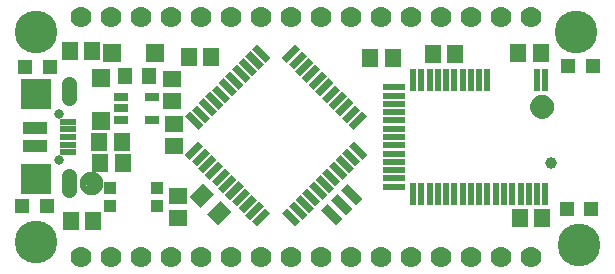
<source format=gbr>
G04 EAGLE Gerber RS-274X export*
G75*
%MOMM*%
%FSLAX34Y34*%
%LPD*%
%INSoldermask Top*%
%IPPOS*%
%AMOC8*
5,1,8,0,0,1.08239X$1,22.5*%
G01*
%ADD10R,1.301600X1.401600*%
%ADD11R,1.401600X1.601600*%
%ADD12R,1.601600X1.401600*%
%ADD13R,1.301600X1.601600*%
%ADD14R,1.301600X1.301600*%
%ADD15R,1.601600X0.601600*%
%ADD16R,0.601600X1.601600*%
%ADD17C,1.101600*%
%ADD18C,0.500000*%
%ADD19R,1.101600X1.101600*%
%ADD20C,3.617600*%
%ADD21R,0.801600X1.801600*%
%ADD22C,0.801600*%
%ADD23R,2.601600X2.601600*%
%ADD24C,1.309600*%
%ADD25R,2.101600X1.101600*%
%ADD26R,1.450000X0.500000*%
%ADD27R,1.301600X0.651600*%
%ADD28R,1.501600X1.501600*%
%ADD29R,0.551600X1.951600*%
%ADD30R,1.951600X0.551600*%
%ADD31C,1.001600*%
%ADD32C,1.778000*%


D10*
X100380Y165500D03*
X120700Y165500D03*
D11*
X308510Y181440D03*
X327510Y181440D03*
D12*
X140820Y144770D03*
X140820Y163770D03*
D11*
X79040Y110300D03*
X98040Y110300D03*
X79618Y92597D03*
X98618Y92597D03*
D12*
X145746Y45332D03*
X145746Y64332D03*
D13*
G36*
X181794Y60166D02*
X190998Y50962D01*
X179674Y39638D01*
X170470Y48842D01*
X181794Y60166D01*
G37*
G36*
X166945Y75015D02*
X176149Y65811D01*
X164825Y54487D01*
X155621Y63691D01*
X166945Y75015D01*
G37*
D11*
X54710Y43260D03*
X73710Y43260D03*
D14*
X13770Y55770D03*
X34770Y55770D03*
X15950Y173590D03*
X36950Y173590D03*
D15*
G36*
X167093Y106377D02*
X155769Y95053D01*
X151515Y99307D01*
X162839Y110631D01*
X167093Y106377D01*
G37*
G36*
X172749Y100720D02*
X161425Y89396D01*
X157171Y93650D01*
X168495Y104974D01*
X172749Y100720D01*
G37*
G36*
X178406Y95063D02*
X167082Y83739D01*
X162828Y87993D01*
X174152Y99317D01*
X178406Y95063D01*
G37*
G36*
X184063Y89407D02*
X172739Y78083D01*
X168485Y82337D01*
X179809Y93661D01*
X184063Y89407D01*
G37*
G36*
X189720Y83750D02*
X178396Y72426D01*
X174142Y76680D01*
X185466Y88004D01*
X189720Y83750D01*
G37*
G36*
X195377Y78093D02*
X184053Y66769D01*
X179799Y71023D01*
X191123Y82347D01*
X195377Y78093D01*
G37*
G36*
X201034Y72436D02*
X189710Y61112D01*
X185456Y65366D01*
X196780Y76690D01*
X201034Y72436D01*
G37*
G36*
X206691Y66779D02*
X195367Y55455D01*
X191113Y59709D01*
X202437Y71033D01*
X206691Y66779D01*
G37*
G36*
X212347Y61122D02*
X201023Y49798D01*
X196769Y54052D01*
X208093Y65376D01*
X212347Y61122D01*
G37*
G36*
X218004Y55465D02*
X206680Y44141D01*
X202426Y48395D01*
X213750Y59719D01*
X218004Y55465D01*
G37*
G36*
X223661Y49809D02*
X212337Y38485D01*
X208083Y42739D01*
X219407Y54063D01*
X223661Y49809D01*
G37*
D16*
G36*
X249117Y42739D02*
X244863Y38485D01*
X233539Y49809D01*
X237793Y54063D01*
X249117Y42739D01*
G37*
G36*
X254774Y48395D02*
X250520Y44141D01*
X239196Y55465D01*
X243450Y59719D01*
X254774Y48395D01*
G37*
G36*
X260431Y54052D02*
X256177Y49798D01*
X244853Y61122D01*
X249107Y65376D01*
X260431Y54052D01*
G37*
G36*
X266087Y59709D02*
X261833Y55455D01*
X250509Y66779D01*
X254763Y71033D01*
X266087Y59709D01*
G37*
G36*
X271744Y65366D02*
X267490Y61112D01*
X256166Y72436D01*
X260420Y76690D01*
X271744Y65366D01*
G37*
G36*
X277401Y71023D02*
X273147Y66769D01*
X261823Y78093D01*
X266077Y82347D01*
X277401Y71023D01*
G37*
G36*
X283058Y76680D02*
X278804Y72426D01*
X267480Y83750D01*
X271734Y88004D01*
X283058Y76680D01*
G37*
G36*
X288715Y82337D02*
X284461Y78083D01*
X273137Y89407D01*
X277391Y93661D01*
X288715Y82337D01*
G37*
G36*
X294372Y87993D02*
X290118Y83739D01*
X278794Y95063D01*
X283048Y99317D01*
X294372Y87993D01*
G37*
G36*
X300029Y93650D02*
X295775Y89396D01*
X284451Y100720D01*
X288705Y104974D01*
X300029Y93650D01*
G37*
G36*
X305685Y99307D02*
X301431Y95053D01*
X290107Y106377D01*
X294361Y110631D01*
X305685Y99307D01*
G37*
D15*
G36*
X305685Y131833D02*
X294361Y120509D01*
X290107Y124763D01*
X301431Y136087D01*
X305685Y131833D01*
G37*
G36*
X300029Y137490D02*
X288705Y126166D01*
X284451Y130420D01*
X295775Y141744D01*
X300029Y137490D01*
G37*
G36*
X294372Y143147D02*
X283048Y131823D01*
X278794Y136077D01*
X290118Y147401D01*
X294372Y143147D01*
G37*
G36*
X288715Y148803D02*
X277391Y137479D01*
X273137Y141733D01*
X284461Y153057D01*
X288715Y148803D01*
G37*
G36*
X283058Y154460D02*
X271734Y143136D01*
X267480Y147390D01*
X278804Y158714D01*
X283058Y154460D01*
G37*
G36*
X277401Y160117D02*
X266077Y148793D01*
X261823Y153047D01*
X273147Y164371D01*
X277401Y160117D01*
G37*
G36*
X271744Y165774D02*
X260420Y154450D01*
X256166Y158704D01*
X267490Y170028D01*
X271744Y165774D01*
G37*
G36*
X266087Y171431D02*
X254763Y160107D01*
X250509Y164361D01*
X261833Y175685D01*
X266087Y171431D01*
G37*
G36*
X260431Y177088D02*
X249107Y165764D01*
X244853Y170018D01*
X256177Y181342D01*
X260431Y177088D01*
G37*
G36*
X254774Y182745D02*
X243450Y171421D01*
X239196Y175675D01*
X250520Y186999D01*
X254774Y182745D01*
G37*
G36*
X249117Y188401D02*
X237793Y177077D01*
X233539Y181331D01*
X244863Y192655D01*
X249117Y188401D01*
G37*
D16*
G36*
X223661Y181331D02*
X219407Y177077D01*
X208083Y188401D01*
X212337Y192655D01*
X223661Y181331D01*
G37*
G36*
X218004Y175675D02*
X213750Y171421D01*
X202426Y182745D01*
X206680Y186999D01*
X218004Y175675D01*
G37*
G36*
X212347Y170018D02*
X208093Y165764D01*
X196769Y177088D01*
X201023Y181342D01*
X212347Y170018D01*
G37*
G36*
X206691Y164361D02*
X202437Y160107D01*
X191113Y171431D01*
X195367Y175685D01*
X206691Y164361D01*
G37*
G36*
X201034Y158704D02*
X196780Y154450D01*
X185456Y165774D01*
X189710Y170028D01*
X201034Y158704D01*
G37*
G36*
X195377Y153047D02*
X191123Y148793D01*
X179799Y160117D01*
X184053Y164371D01*
X195377Y153047D01*
G37*
G36*
X189720Y147390D02*
X185466Y143136D01*
X174142Y154460D01*
X178396Y158714D01*
X189720Y147390D01*
G37*
G36*
X184063Y141733D02*
X179809Y137479D01*
X168485Y148803D01*
X172739Y153057D01*
X184063Y141733D01*
G37*
G36*
X178406Y136077D02*
X174152Y131823D01*
X162828Y143147D01*
X167082Y147401D01*
X178406Y136077D01*
G37*
G36*
X172749Y130420D02*
X168495Y126166D01*
X157171Y137490D01*
X161425Y141744D01*
X172749Y130420D01*
G37*
G36*
X167093Y124763D02*
X162839Y120509D01*
X151515Y131833D01*
X155769Y136087D01*
X167093Y124763D01*
G37*
D12*
X141974Y106578D03*
X141974Y125578D03*
D11*
X173750Y181880D03*
X154750Y181880D03*
X73000Y186690D03*
X54000Y186690D03*
D17*
X72390Y74930D03*
D18*
X79890Y74930D02*
X79888Y75111D01*
X79881Y75292D01*
X79870Y75473D01*
X79855Y75654D01*
X79835Y75834D01*
X79811Y76014D01*
X79783Y76193D01*
X79750Y76371D01*
X79713Y76548D01*
X79672Y76725D01*
X79627Y76900D01*
X79577Y77075D01*
X79523Y77248D01*
X79465Y77419D01*
X79403Y77590D01*
X79336Y77758D01*
X79266Y77925D01*
X79192Y78091D01*
X79113Y78254D01*
X79031Y78415D01*
X78945Y78575D01*
X78855Y78732D01*
X78761Y78887D01*
X78664Y79040D01*
X78562Y79190D01*
X78458Y79338D01*
X78349Y79484D01*
X78238Y79626D01*
X78122Y79766D01*
X78004Y79903D01*
X77882Y80038D01*
X77757Y80169D01*
X77629Y80297D01*
X77498Y80422D01*
X77363Y80544D01*
X77226Y80662D01*
X77086Y80778D01*
X76944Y80889D01*
X76798Y80998D01*
X76650Y81102D01*
X76500Y81204D01*
X76347Y81301D01*
X76192Y81395D01*
X76035Y81485D01*
X75875Y81571D01*
X75714Y81653D01*
X75551Y81732D01*
X75385Y81806D01*
X75218Y81876D01*
X75050Y81943D01*
X74879Y82005D01*
X74708Y82063D01*
X74535Y82117D01*
X74360Y82167D01*
X74185Y82212D01*
X74008Y82253D01*
X73831Y82290D01*
X73653Y82323D01*
X73474Y82351D01*
X73294Y82375D01*
X73114Y82395D01*
X72933Y82410D01*
X72752Y82421D01*
X72571Y82428D01*
X72390Y82430D01*
X79890Y74930D02*
X79888Y74749D01*
X79881Y74568D01*
X79870Y74387D01*
X79855Y74206D01*
X79835Y74026D01*
X79811Y73846D01*
X79783Y73667D01*
X79750Y73489D01*
X79713Y73312D01*
X79672Y73135D01*
X79627Y72960D01*
X79577Y72785D01*
X79523Y72612D01*
X79465Y72441D01*
X79403Y72270D01*
X79336Y72102D01*
X79266Y71935D01*
X79192Y71769D01*
X79113Y71606D01*
X79031Y71445D01*
X78945Y71285D01*
X78855Y71128D01*
X78761Y70973D01*
X78664Y70820D01*
X78562Y70670D01*
X78458Y70522D01*
X78349Y70376D01*
X78238Y70234D01*
X78122Y70094D01*
X78004Y69957D01*
X77882Y69822D01*
X77757Y69691D01*
X77629Y69563D01*
X77498Y69438D01*
X77363Y69316D01*
X77226Y69198D01*
X77086Y69082D01*
X76944Y68971D01*
X76798Y68862D01*
X76650Y68758D01*
X76500Y68656D01*
X76347Y68559D01*
X76192Y68465D01*
X76035Y68375D01*
X75875Y68289D01*
X75714Y68207D01*
X75551Y68128D01*
X75385Y68054D01*
X75218Y67984D01*
X75050Y67917D01*
X74879Y67855D01*
X74708Y67797D01*
X74535Y67743D01*
X74360Y67693D01*
X74185Y67648D01*
X74008Y67607D01*
X73831Y67570D01*
X73653Y67537D01*
X73474Y67509D01*
X73294Y67485D01*
X73114Y67465D01*
X72933Y67450D01*
X72752Y67439D01*
X72571Y67432D01*
X72390Y67430D01*
X72209Y67432D01*
X72028Y67439D01*
X71847Y67450D01*
X71666Y67465D01*
X71486Y67485D01*
X71306Y67509D01*
X71127Y67537D01*
X70949Y67570D01*
X70772Y67607D01*
X70595Y67648D01*
X70420Y67693D01*
X70245Y67743D01*
X70072Y67797D01*
X69901Y67855D01*
X69730Y67917D01*
X69562Y67984D01*
X69395Y68054D01*
X69229Y68128D01*
X69066Y68207D01*
X68905Y68289D01*
X68745Y68375D01*
X68588Y68465D01*
X68433Y68559D01*
X68280Y68656D01*
X68130Y68758D01*
X67982Y68862D01*
X67836Y68971D01*
X67694Y69082D01*
X67554Y69198D01*
X67417Y69316D01*
X67282Y69438D01*
X67151Y69563D01*
X67023Y69691D01*
X66898Y69822D01*
X66776Y69957D01*
X66658Y70094D01*
X66542Y70234D01*
X66431Y70376D01*
X66322Y70522D01*
X66218Y70670D01*
X66116Y70820D01*
X66019Y70973D01*
X65925Y71128D01*
X65835Y71285D01*
X65749Y71445D01*
X65667Y71606D01*
X65588Y71769D01*
X65514Y71935D01*
X65444Y72102D01*
X65377Y72270D01*
X65315Y72441D01*
X65257Y72612D01*
X65203Y72785D01*
X65153Y72960D01*
X65108Y73135D01*
X65067Y73312D01*
X65030Y73489D01*
X64997Y73667D01*
X64969Y73846D01*
X64945Y74026D01*
X64925Y74206D01*
X64910Y74387D01*
X64899Y74568D01*
X64892Y74749D01*
X64890Y74930D01*
X64892Y75111D01*
X64899Y75292D01*
X64910Y75473D01*
X64925Y75654D01*
X64945Y75834D01*
X64969Y76014D01*
X64997Y76193D01*
X65030Y76371D01*
X65067Y76548D01*
X65108Y76725D01*
X65153Y76900D01*
X65203Y77075D01*
X65257Y77248D01*
X65315Y77419D01*
X65377Y77590D01*
X65444Y77758D01*
X65514Y77925D01*
X65588Y78091D01*
X65667Y78254D01*
X65749Y78415D01*
X65835Y78575D01*
X65925Y78732D01*
X66019Y78887D01*
X66116Y79040D01*
X66218Y79190D01*
X66322Y79338D01*
X66431Y79484D01*
X66542Y79626D01*
X66658Y79766D01*
X66776Y79903D01*
X66898Y80038D01*
X67023Y80169D01*
X67151Y80297D01*
X67282Y80422D01*
X67417Y80544D01*
X67554Y80662D01*
X67694Y80778D01*
X67836Y80889D01*
X67982Y80998D01*
X68130Y81102D01*
X68280Y81204D01*
X68433Y81301D01*
X68588Y81395D01*
X68745Y81485D01*
X68905Y81571D01*
X69066Y81653D01*
X69229Y81732D01*
X69395Y81806D01*
X69562Y81876D01*
X69730Y81943D01*
X69901Y82005D01*
X70072Y82063D01*
X70245Y82117D01*
X70420Y82167D01*
X70595Y82212D01*
X70772Y82253D01*
X70949Y82290D01*
X71127Y82323D01*
X71306Y82351D01*
X71486Y82375D01*
X71666Y82395D01*
X71847Y82410D01*
X72028Y82421D01*
X72209Y82428D01*
X72390Y82430D01*
D17*
X453862Y139770D03*
D18*
X461362Y139770D02*
X461360Y139951D01*
X461353Y140132D01*
X461342Y140313D01*
X461327Y140494D01*
X461307Y140674D01*
X461283Y140854D01*
X461255Y141033D01*
X461222Y141211D01*
X461185Y141388D01*
X461144Y141565D01*
X461099Y141740D01*
X461049Y141915D01*
X460995Y142088D01*
X460937Y142259D01*
X460875Y142430D01*
X460808Y142598D01*
X460738Y142765D01*
X460664Y142931D01*
X460585Y143094D01*
X460503Y143255D01*
X460417Y143415D01*
X460327Y143572D01*
X460233Y143727D01*
X460136Y143880D01*
X460034Y144030D01*
X459930Y144178D01*
X459821Y144324D01*
X459710Y144466D01*
X459594Y144606D01*
X459476Y144743D01*
X459354Y144878D01*
X459229Y145009D01*
X459101Y145137D01*
X458970Y145262D01*
X458835Y145384D01*
X458698Y145502D01*
X458558Y145618D01*
X458416Y145729D01*
X458270Y145838D01*
X458122Y145942D01*
X457972Y146044D01*
X457819Y146141D01*
X457664Y146235D01*
X457507Y146325D01*
X457347Y146411D01*
X457186Y146493D01*
X457023Y146572D01*
X456857Y146646D01*
X456690Y146716D01*
X456522Y146783D01*
X456351Y146845D01*
X456180Y146903D01*
X456007Y146957D01*
X455832Y147007D01*
X455657Y147052D01*
X455480Y147093D01*
X455303Y147130D01*
X455125Y147163D01*
X454946Y147191D01*
X454766Y147215D01*
X454586Y147235D01*
X454405Y147250D01*
X454224Y147261D01*
X454043Y147268D01*
X453862Y147270D01*
X461362Y139770D02*
X461360Y139589D01*
X461353Y139408D01*
X461342Y139227D01*
X461327Y139046D01*
X461307Y138866D01*
X461283Y138686D01*
X461255Y138507D01*
X461222Y138329D01*
X461185Y138152D01*
X461144Y137975D01*
X461099Y137800D01*
X461049Y137625D01*
X460995Y137452D01*
X460937Y137281D01*
X460875Y137110D01*
X460808Y136942D01*
X460738Y136775D01*
X460664Y136609D01*
X460585Y136446D01*
X460503Y136285D01*
X460417Y136125D01*
X460327Y135968D01*
X460233Y135813D01*
X460136Y135660D01*
X460034Y135510D01*
X459930Y135362D01*
X459821Y135216D01*
X459710Y135074D01*
X459594Y134934D01*
X459476Y134797D01*
X459354Y134662D01*
X459229Y134531D01*
X459101Y134403D01*
X458970Y134278D01*
X458835Y134156D01*
X458698Y134038D01*
X458558Y133922D01*
X458416Y133811D01*
X458270Y133702D01*
X458122Y133598D01*
X457972Y133496D01*
X457819Y133399D01*
X457664Y133305D01*
X457507Y133215D01*
X457347Y133129D01*
X457186Y133047D01*
X457023Y132968D01*
X456857Y132894D01*
X456690Y132824D01*
X456522Y132757D01*
X456351Y132695D01*
X456180Y132637D01*
X456007Y132583D01*
X455832Y132533D01*
X455657Y132488D01*
X455480Y132447D01*
X455303Y132410D01*
X455125Y132377D01*
X454946Y132349D01*
X454766Y132325D01*
X454586Y132305D01*
X454405Y132290D01*
X454224Y132279D01*
X454043Y132272D01*
X453862Y132270D01*
X453681Y132272D01*
X453500Y132279D01*
X453319Y132290D01*
X453138Y132305D01*
X452958Y132325D01*
X452778Y132349D01*
X452599Y132377D01*
X452421Y132410D01*
X452244Y132447D01*
X452067Y132488D01*
X451892Y132533D01*
X451717Y132583D01*
X451544Y132637D01*
X451373Y132695D01*
X451202Y132757D01*
X451034Y132824D01*
X450867Y132894D01*
X450701Y132968D01*
X450538Y133047D01*
X450377Y133129D01*
X450217Y133215D01*
X450060Y133305D01*
X449905Y133399D01*
X449752Y133496D01*
X449602Y133598D01*
X449454Y133702D01*
X449308Y133811D01*
X449166Y133922D01*
X449026Y134038D01*
X448889Y134156D01*
X448754Y134278D01*
X448623Y134403D01*
X448495Y134531D01*
X448370Y134662D01*
X448248Y134797D01*
X448130Y134934D01*
X448014Y135074D01*
X447903Y135216D01*
X447794Y135362D01*
X447690Y135510D01*
X447588Y135660D01*
X447491Y135813D01*
X447397Y135968D01*
X447307Y136125D01*
X447221Y136285D01*
X447139Y136446D01*
X447060Y136609D01*
X446986Y136775D01*
X446916Y136942D01*
X446849Y137110D01*
X446787Y137281D01*
X446729Y137452D01*
X446675Y137625D01*
X446625Y137800D01*
X446580Y137975D01*
X446539Y138152D01*
X446502Y138329D01*
X446469Y138507D01*
X446441Y138686D01*
X446417Y138866D01*
X446397Y139046D01*
X446382Y139227D01*
X446371Y139408D01*
X446364Y139589D01*
X446362Y139770D01*
X446364Y139951D01*
X446371Y140132D01*
X446382Y140313D01*
X446397Y140494D01*
X446417Y140674D01*
X446441Y140854D01*
X446469Y141033D01*
X446502Y141211D01*
X446539Y141388D01*
X446580Y141565D01*
X446625Y141740D01*
X446675Y141915D01*
X446729Y142088D01*
X446787Y142259D01*
X446849Y142430D01*
X446916Y142598D01*
X446986Y142765D01*
X447060Y142931D01*
X447139Y143094D01*
X447221Y143255D01*
X447307Y143415D01*
X447397Y143572D01*
X447491Y143727D01*
X447588Y143880D01*
X447690Y144030D01*
X447794Y144178D01*
X447903Y144324D01*
X448014Y144466D01*
X448130Y144606D01*
X448248Y144743D01*
X448370Y144878D01*
X448495Y145009D01*
X448623Y145137D01*
X448754Y145262D01*
X448889Y145384D01*
X449026Y145502D01*
X449166Y145618D01*
X449308Y145729D01*
X449454Y145838D01*
X449602Y145942D01*
X449752Y146044D01*
X449905Y146141D01*
X450060Y146235D01*
X450217Y146325D01*
X450377Y146411D01*
X450538Y146493D01*
X450701Y146572D01*
X450867Y146646D01*
X451034Y146716D01*
X451202Y146783D01*
X451373Y146845D01*
X451544Y146903D01*
X451717Y146957D01*
X451892Y147007D01*
X452067Y147052D01*
X452244Y147093D01*
X452421Y147130D01*
X452599Y147163D01*
X452778Y147191D01*
X452958Y147215D01*
X453138Y147235D01*
X453319Y147250D01*
X453500Y147261D01*
X453681Y147268D01*
X453862Y147270D01*
D19*
X87950Y55500D03*
X87950Y71500D03*
X127950Y71500D03*
X127950Y55500D03*
D20*
X25400Y203200D03*
X25400Y25400D03*
X485140Y22860D03*
D21*
G36*
X283762Y69170D02*
X289430Y74838D01*
X302168Y62100D01*
X296500Y56432D01*
X283762Y69170D01*
G37*
G36*
X275277Y60685D02*
X280945Y66353D01*
X293683Y53615D01*
X288015Y47947D01*
X275277Y60685D01*
G37*
G36*
X266792Y52200D02*
X272460Y57868D01*
X285198Y45130D01*
X279530Y39462D01*
X266792Y52200D01*
G37*
D22*
X44450Y133800D03*
X44450Y94800D03*
D23*
X25450Y78300D03*
X25450Y150300D03*
D24*
X53450Y147300D02*
X53450Y159380D01*
X53450Y81300D02*
X53450Y69220D01*
D25*
X24450Y121800D03*
X24450Y106800D03*
D26*
X52200Y127300D03*
X52200Y120800D03*
X52200Y114300D03*
X52200Y107800D03*
X52200Y101300D03*
D27*
X97489Y147930D03*
X97489Y138430D03*
X97489Y128930D03*
X123491Y128930D03*
X123491Y147930D03*
D28*
X80010Y164550D03*
X80010Y127550D03*
X126450Y185420D03*
X89450Y185420D03*
D29*
X456560Y162550D03*
X449560Y162550D03*
X407560Y162550D03*
X400560Y162550D03*
X393560Y162550D03*
X386560Y162550D03*
X379560Y162550D03*
X372560Y162550D03*
X365560Y162550D03*
X358560Y162550D03*
X351560Y162550D03*
X344560Y162550D03*
D30*
X328310Y156300D03*
X328310Y149300D03*
X328310Y142300D03*
X328310Y135300D03*
X328310Y128300D03*
X328310Y121300D03*
X328310Y114300D03*
X328310Y107300D03*
X328310Y100300D03*
X328310Y93300D03*
X328310Y86300D03*
X328310Y79300D03*
X328310Y72300D03*
D29*
X344560Y66050D03*
X351560Y66050D03*
X358560Y66050D03*
X365560Y66050D03*
X372560Y66050D03*
X379560Y66050D03*
X386560Y66050D03*
X393560Y66050D03*
X400560Y66050D03*
X407560Y66050D03*
X414560Y66050D03*
X421560Y66050D03*
X428560Y66050D03*
X435560Y66050D03*
X442560Y66050D03*
X449560Y66050D03*
X456560Y66050D03*
D31*
X461060Y92300D03*
D14*
X496910Y173990D03*
X475910Y173990D03*
X495640Y53340D03*
X474640Y53340D03*
D11*
X433730Y185420D03*
X452730Y185420D03*
X435000Y45720D03*
X454000Y45720D03*
X380340Y184150D03*
X361340Y184150D03*
D32*
X63500Y215900D03*
X88900Y215900D03*
X114300Y215900D03*
X139700Y215900D03*
X165100Y215900D03*
X190500Y215900D03*
X215900Y215900D03*
X241300Y215900D03*
X266700Y215900D03*
X292100Y215900D03*
X317500Y215900D03*
X342900Y215900D03*
X368300Y215900D03*
X393700Y215900D03*
X419100Y215900D03*
X444500Y215900D03*
X444500Y12700D03*
X419100Y12700D03*
X393700Y12700D03*
X368300Y12700D03*
X342900Y12700D03*
X317500Y12700D03*
X292100Y12700D03*
X266700Y12700D03*
X241300Y12700D03*
X215900Y12700D03*
X190500Y12700D03*
X165100Y12700D03*
X139700Y12700D03*
X114300Y12700D03*
X88900Y12700D03*
X63500Y12700D03*
D20*
X482600Y203200D03*
M02*

</source>
